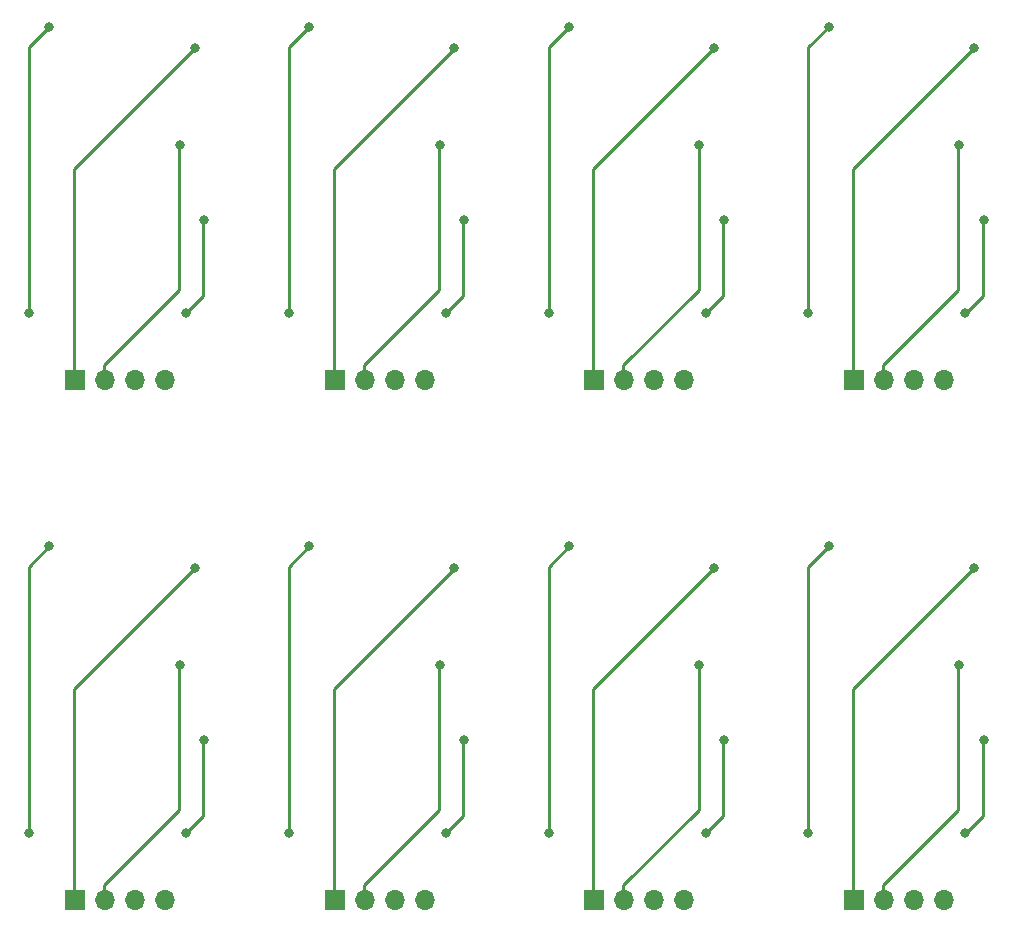
<source format=gbl>
%TF.GenerationSoftware,KiCad,Pcbnew,(5.1.7)-1*%
%TF.CreationDate,2020-10-21T06:22:45+09:00*%
%TF.ProjectId,UARTtoBluetooth_array,55415254-746f-4426-9c75-65746f6f7468,rev?*%
%TF.SameCoordinates,Original*%
%TF.FileFunction,Copper,L2,Bot*%
%TF.FilePolarity,Positive*%
%FSLAX46Y46*%
G04 Gerber Fmt 4.6, Leading zero omitted, Abs format (unit mm)*
G04 Created by KiCad (PCBNEW (5.1.7)-1) date 2020-10-21 06:22:45*
%MOMM*%
%LPD*%
G01*
G04 APERTURE LIST*
%TA.AperFunction,ComponentPad*%
%ADD10R,1.700000X1.700000*%
%TD*%
%TA.AperFunction,ComponentPad*%
%ADD11O,1.700000X1.700000*%
%TD*%
%TA.AperFunction,ViaPad*%
%ADD12C,0.800000*%
%TD*%
%TA.AperFunction,Conductor*%
%ADD13C,0.250000*%
%TD*%
G04 APERTURE END LIST*
D10*
%TO.P,J1,1*%
%TO.N,RXD*%
X175320000Y-133725000D03*
D11*
%TO.P,J1,2*%
%TO.N,TXD*%
X177860000Y-133725000D03*
%TO.P,J1,3*%
%TO.N,GND*%
X180400000Y-133725000D03*
%TO.P,J1,4*%
%TO.N,+5V*%
X182940000Y-133725000D03*
%TD*%
D10*
%TO.P,J1,1*%
%TO.N,RXD*%
X153320000Y-133725000D03*
D11*
%TO.P,J1,2*%
%TO.N,TXD*%
X155860000Y-133725000D03*
%TO.P,J1,3*%
%TO.N,GND*%
X158400000Y-133725000D03*
%TO.P,J1,4*%
%TO.N,+5V*%
X160940000Y-133725000D03*
%TD*%
D10*
%TO.P,J1,1*%
%TO.N,RXD*%
X131320000Y-133725000D03*
D11*
%TO.P,J1,2*%
%TO.N,TXD*%
X133860000Y-133725000D03*
%TO.P,J1,3*%
%TO.N,GND*%
X136400000Y-133725000D03*
%TO.P,J1,4*%
%TO.N,+5V*%
X138940000Y-133725000D03*
%TD*%
D10*
%TO.P,J1,1*%
%TO.N,RXD*%
X109320000Y-133725000D03*
D11*
%TO.P,J1,2*%
%TO.N,TXD*%
X111860000Y-133725000D03*
%TO.P,J1,3*%
%TO.N,GND*%
X114400000Y-133725000D03*
%TO.P,J1,4*%
%TO.N,+5V*%
X116940000Y-133725000D03*
%TD*%
D10*
%TO.P,J1,1*%
%TO.N,RXD*%
X175320000Y-89725000D03*
D11*
%TO.P,J1,2*%
%TO.N,TXD*%
X177860000Y-89725000D03*
%TO.P,J1,3*%
%TO.N,GND*%
X180400000Y-89725000D03*
%TO.P,J1,4*%
%TO.N,+5V*%
X182940000Y-89725000D03*
%TD*%
D10*
%TO.P,J1,1*%
%TO.N,RXD*%
X153320000Y-89725000D03*
D11*
%TO.P,J1,2*%
%TO.N,TXD*%
X155860000Y-89725000D03*
%TO.P,J1,3*%
%TO.N,GND*%
X158400000Y-89725000D03*
%TO.P,J1,4*%
%TO.N,+5V*%
X160940000Y-89725000D03*
%TD*%
D10*
%TO.P,J1,1*%
%TO.N,RXD*%
X131320000Y-89725000D03*
D11*
%TO.P,J1,2*%
%TO.N,TXD*%
X133860000Y-89725000D03*
%TO.P,J1,3*%
%TO.N,GND*%
X136400000Y-89725000D03*
%TO.P,J1,4*%
%TO.N,+5V*%
X138940000Y-89725000D03*
%TD*%
%TO.P,J1,4*%
%TO.N,+5V*%
X116940000Y-89725000D03*
%TO.P,J1,3*%
%TO.N,GND*%
X114400000Y-89725000D03*
%TO.P,J1,2*%
%TO.N,TXD*%
X111860000Y-89725000D03*
D10*
%TO.P,J1,1*%
%TO.N,RXD*%
X109320000Y-89725000D03*
%TD*%
D12*
%TO.N,BOOT*%
X120278700Y-76209700D03*
X118733700Y-84084700D03*
X140733700Y-84084700D03*
X162733700Y-84084700D03*
X184733700Y-84084700D03*
X118733700Y-128084700D03*
X140733700Y-128084700D03*
X162733700Y-128084700D03*
X184733700Y-128084700D03*
X142278700Y-76209700D03*
X164278700Y-76209700D03*
X186278700Y-76209700D03*
X120278700Y-120209700D03*
X142278700Y-120209700D03*
X164278700Y-120209700D03*
X186278700Y-120209700D03*
%TO.N,RESET*%
X105434700Y-84084700D03*
X107150000Y-59800000D03*
X127434700Y-84084700D03*
X149434700Y-84084700D03*
X171434700Y-84084700D03*
X105434700Y-128084700D03*
X127434700Y-128084700D03*
X149434700Y-128084700D03*
X171434700Y-128084700D03*
X129150000Y-59800000D03*
X151150000Y-59800000D03*
X173150000Y-59800000D03*
X107150000Y-103800000D03*
X129150000Y-103800000D03*
X151150000Y-103800000D03*
X173150000Y-103800000D03*
%TO.N,TXD*%
X118206500Y-69864600D03*
X140206500Y-69864600D03*
X162206500Y-69864600D03*
X184206500Y-69864600D03*
X118206500Y-113864600D03*
X140206500Y-113864600D03*
X162206500Y-113864600D03*
X184206500Y-113864600D03*
%TO.N,RXD*%
X119470000Y-61610000D03*
X141470000Y-61610000D03*
X163470000Y-61610000D03*
X185470000Y-61610000D03*
X119470000Y-105610000D03*
X141470000Y-105610000D03*
X163470000Y-105610000D03*
X185470000Y-105610000D03*
%TD*%
D13*
%TO.N,BOOT*%
X120208700Y-76289700D02*
X120208700Y-82619700D01*
X120208700Y-82619700D02*
X118663700Y-84164700D01*
X142208700Y-76289700D02*
X142208700Y-82619700D01*
X164208700Y-76289700D02*
X164208700Y-82619700D01*
X186208700Y-76289700D02*
X186208700Y-82619700D01*
X120208700Y-120289700D02*
X120208700Y-126619700D01*
X142208700Y-120289700D02*
X142208700Y-126619700D01*
X164208700Y-120289700D02*
X164208700Y-126619700D01*
X186208700Y-120289700D02*
X186208700Y-126619700D01*
X142208700Y-82619700D02*
X140663700Y-84164700D01*
X164208700Y-82619700D02*
X162663700Y-84164700D01*
X186208700Y-82619700D02*
X184663700Y-84164700D01*
X120208700Y-126619700D02*
X118663700Y-128164700D01*
X142208700Y-126619700D02*
X140663700Y-128164700D01*
X164208700Y-126619700D02*
X162663700Y-128164700D01*
X186208700Y-126619700D02*
X184663700Y-128164700D01*
%TO.N,RESET*%
X105434700Y-84084700D02*
X105434700Y-61515300D01*
X105434700Y-61515300D02*
X107150000Y-59800000D01*
X107150000Y-59800000D02*
X107150000Y-59800000D01*
X127434700Y-84084700D02*
X127434700Y-61515300D01*
X149434700Y-84084700D02*
X149434700Y-61515300D01*
X171434700Y-84084700D02*
X171434700Y-61515300D01*
X105434700Y-128084700D02*
X105434700Y-105515300D01*
X127434700Y-128084700D02*
X127434700Y-105515300D01*
X149434700Y-128084700D02*
X149434700Y-105515300D01*
X171434700Y-128084700D02*
X171434700Y-105515300D01*
X127434700Y-61515300D02*
X129150000Y-59800000D01*
X149434700Y-61515300D02*
X151150000Y-59800000D01*
X171434700Y-61515300D02*
X173150000Y-59800000D01*
X105434700Y-105515300D02*
X107150000Y-103800000D01*
X127434700Y-105515300D02*
X129150000Y-103800000D01*
X149434700Y-105515300D02*
X151150000Y-103800000D01*
X171434700Y-105515300D02*
X173150000Y-103800000D01*
X129150000Y-59800000D02*
X129150000Y-59800000D01*
X151150000Y-59800000D02*
X151150000Y-59800000D01*
X173150000Y-59800000D02*
X173150000Y-59800000D01*
X107150000Y-103800000D02*
X107150000Y-103800000D01*
X129150000Y-103800000D02*
X129150000Y-103800000D01*
X151150000Y-103800000D02*
X151150000Y-103800000D01*
X173150000Y-103800000D02*
X173150000Y-103800000D01*
%TO.N,TXD*%
X118136500Y-69944600D02*
X118136500Y-82098200D01*
X118136500Y-82098200D02*
X111780000Y-88454700D01*
X111780000Y-89630000D02*
X111780000Y-88454700D01*
X140136500Y-82098200D02*
X133780000Y-88454700D01*
X162136500Y-82098200D02*
X155780000Y-88454700D01*
X184136500Y-82098200D02*
X177780000Y-88454700D01*
X118136500Y-126098200D02*
X111780000Y-132454700D01*
X140136500Y-126098200D02*
X133780000Y-132454700D01*
X162136500Y-126098200D02*
X155780000Y-132454700D01*
X184136500Y-126098200D02*
X177780000Y-132454700D01*
X140136500Y-69944600D02*
X140136500Y-82098200D01*
X162136500Y-69944600D02*
X162136500Y-82098200D01*
X184136500Y-69944600D02*
X184136500Y-82098200D01*
X118136500Y-113944600D02*
X118136500Y-126098200D01*
X140136500Y-113944600D02*
X140136500Y-126098200D01*
X162136500Y-113944600D02*
X162136500Y-126098200D01*
X184136500Y-113944600D02*
X184136500Y-126098200D01*
X133780000Y-89630000D02*
X133780000Y-88454700D01*
X155780000Y-89630000D02*
X155780000Y-88454700D01*
X177780000Y-89630000D02*
X177780000Y-88454700D01*
X111780000Y-133630000D02*
X111780000Y-132454700D01*
X133780000Y-133630000D02*
X133780000Y-132454700D01*
X155780000Y-133630000D02*
X155780000Y-132454700D01*
X177780000Y-133630000D02*
X177780000Y-132454700D01*
%TO.N,RXD*%
X109240000Y-89630000D02*
X109240000Y-71850000D01*
X109240000Y-71850000D02*
X119400000Y-61690000D01*
X119400000Y-61690000D02*
X119400000Y-61690000D01*
X131240000Y-71850000D02*
X141400000Y-61690000D01*
X153240000Y-71850000D02*
X163400000Y-61690000D01*
X175240000Y-71850000D02*
X185400000Y-61690000D01*
X109240000Y-115850000D02*
X119400000Y-105690000D01*
X131240000Y-115850000D02*
X141400000Y-105690000D01*
X153240000Y-115850000D02*
X163400000Y-105690000D01*
X175240000Y-115850000D02*
X185400000Y-105690000D01*
X141400000Y-61690000D02*
X141400000Y-61690000D01*
X163400000Y-61690000D02*
X163400000Y-61690000D01*
X185400000Y-61690000D02*
X185400000Y-61690000D01*
X119400000Y-105690000D02*
X119400000Y-105690000D01*
X141400000Y-105690000D02*
X141400000Y-105690000D01*
X163400000Y-105690000D02*
X163400000Y-105690000D01*
X185400000Y-105690000D02*
X185400000Y-105690000D01*
X131240000Y-89630000D02*
X131240000Y-71850000D01*
X153240000Y-89630000D02*
X153240000Y-71850000D01*
X175240000Y-89630000D02*
X175240000Y-71850000D01*
X109240000Y-133630000D02*
X109240000Y-115850000D01*
X131240000Y-133630000D02*
X131240000Y-115850000D01*
X153240000Y-133630000D02*
X153240000Y-115850000D01*
X175240000Y-133630000D02*
X175240000Y-115850000D01*
%TD*%
M02*

</source>
